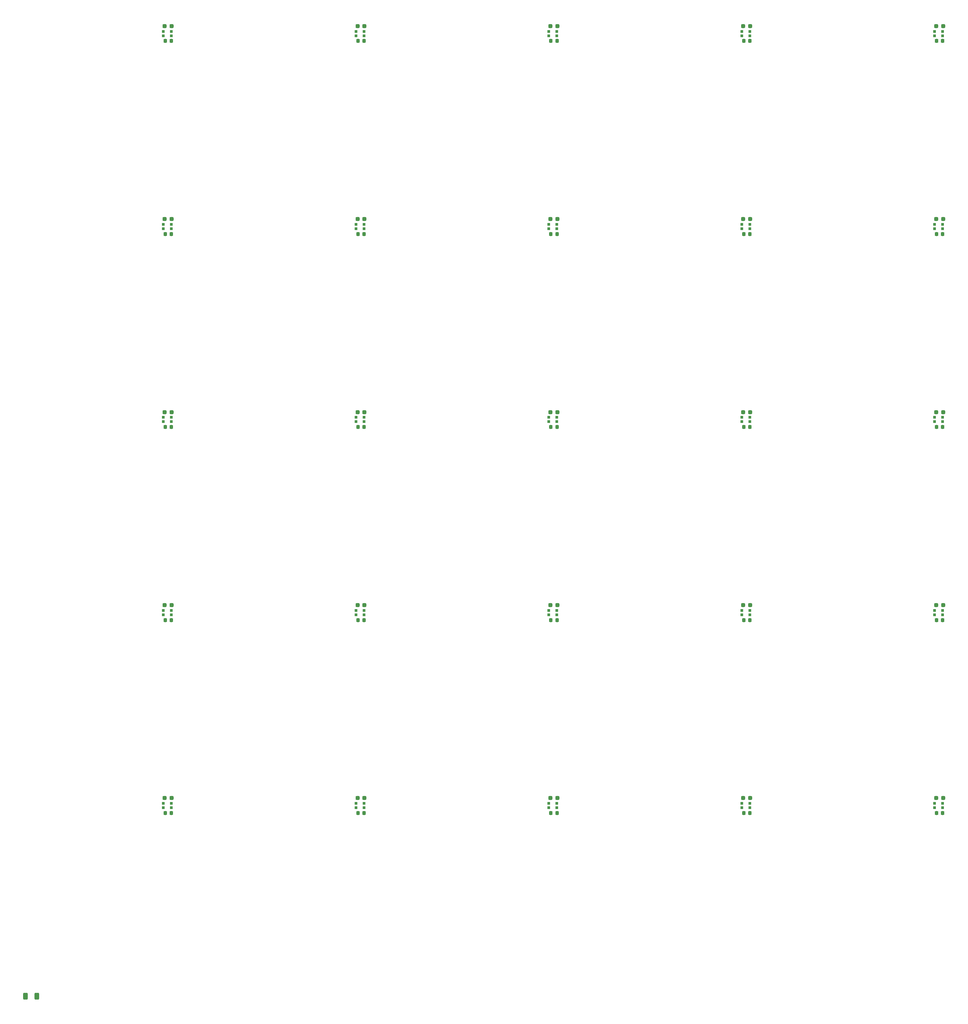
<source format=gbr>
%TF.GenerationSoftware,KiCad,Pcbnew,8.0.2-1*%
%TF.CreationDate,2024-10-14T18:52:49-04:00*%
%TF.ProjectId,OddLayers_1.3mm_SiPM,4f64644c-6179-4657-9273-5f312e336d6d,rev?*%
%TF.SameCoordinates,Original*%
%TF.FileFunction,Paste,Top*%
%TF.FilePolarity,Positive*%
%FSLAX46Y46*%
G04 Gerber Fmt 4.6, Leading zero omitted, Abs format (unit mm)*
G04 Created by KiCad (PCBNEW 8.0.2-1) date 2024-10-14 18:52:49*
%MOMM*%
%LPD*%
G01*
G04 APERTURE LIST*
G04 Aperture macros list*
%AMRoundRect*
0 Rectangle with rounded corners*
0 $1 Rounding radius*
0 $2 $3 $4 $5 $6 $7 $8 $9 X,Y pos of 4 corners*
0 Add a 4 corners polygon primitive as box body*
4,1,4,$2,$3,$4,$5,$6,$7,$8,$9,$2,$3,0*
0 Add four circle primitives for the rounded corners*
1,1,$1+$1,$2,$3*
1,1,$1+$1,$4,$5*
1,1,$1+$1,$6,$7*
1,1,$1+$1,$8,$9*
0 Add four rect primitives between the rounded corners*
20,1,$1+$1,$2,$3,$4,$5,0*
20,1,$1+$1,$4,$5,$6,$7,0*
20,1,$1+$1,$6,$7,$8,$9,0*
20,1,$1+$1,$8,$9,$2,$3,0*%
G04 Aperture macros list end*
%ADD10R,0.700000X0.700000*%
%ADD11RoundRect,0.237500X-0.287500X-0.237500X0.287500X-0.237500X0.287500X0.237500X-0.287500X0.237500X0*%
%ADD12RoundRect,0.225000X-0.225000X-0.250000X0.225000X-0.250000X0.225000X0.250000X-0.225000X0.250000X0*%
%ADD13RoundRect,0.250000X-0.312500X-0.625000X0.312500X-0.625000X0.312500X0.625000X-0.312500X0.625000X0*%
G04 APERTURE END LIST*
D10*
%TO.C,REF\u002A\u002A34*%
X301152500Y-167250000D03*
X301152500Y-168350000D03*
D11*
X299525000Y-165915000D03*
X301275000Y-165915000D03*
D10*
X299127500Y-167250000D03*
D12*
X301175000Y-169700000D03*
D10*
X299127500Y-168350000D03*
D12*
X299625000Y-169700000D03*
%TD*%
D10*
%TO.C,REF\u002A\u002A40*%
X105952500Y-264850000D03*
X105952500Y-265950000D03*
D11*
X104325000Y-263515000D03*
X106075000Y-263515000D03*
D10*
X103927500Y-264850000D03*
D12*
X105975000Y-267300000D03*
D10*
X103927500Y-265950000D03*
D12*
X104425000Y-267300000D03*
%TD*%
D10*
%TO.C,REF\u002A\u002A30*%
X105952500Y-167250000D03*
X105952500Y-168350000D03*
D11*
X104325000Y-165915000D03*
X106075000Y-165915000D03*
D10*
X103927500Y-167250000D03*
D12*
X105975000Y-169700000D03*
D10*
X103927500Y-168350000D03*
D12*
X104425000Y-169700000D03*
%TD*%
D10*
%TO.C,REF\u002A\u002A24*%
X301152500Y-69650000D03*
X301152500Y-70750000D03*
D11*
X299525000Y-68315000D03*
X301275000Y-68315000D03*
D10*
X299127500Y-69650000D03*
D12*
X301175000Y-72100000D03*
D10*
X299127500Y-70750000D03*
D12*
X299625000Y-72100000D03*
%TD*%
D10*
%TO.C,REF\u002A\u002A43*%
X252352500Y-264850000D03*
X252352500Y-265950000D03*
D11*
X250725000Y-263515000D03*
X252475000Y-263515000D03*
D10*
X250327500Y-264850000D03*
D12*
X252375000Y-267300000D03*
D10*
X250327500Y-265950000D03*
D12*
X250825000Y-267300000D03*
%TD*%
D10*
%TO.C,REF\u002A\u002A38*%
X252352500Y-216050000D03*
X252352500Y-217150000D03*
D11*
X250725000Y-214715000D03*
X252475000Y-214715000D03*
D10*
X250327500Y-216050000D03*
D12*
X252375000Y-218500000D03*
D10*
X250327500Y-217150000D03*
D12*
X250825000Y-218500000D03*
%TD*%
D10*
%TO.C,REF\u002A\u002A22*%
X203552500Y-69650000D03*
X203552500Y-70750000D03*
D11*
X201925000Y-68315000D03*
X203675000Y-68315000D03*
D10*
X201527500Y-69650000D03*
D12*
X203575000Y-72100000D03*
D10*
X201527500Y-70750000D03*
D12*
X202025000Y-72100000D03*
%TD*%
D10*
%TO.C,REF\u002A\u002A28*%
X252352500Y-118450000D03*
X252352500Y-119550000D03*
D11*
X250725000Y-117115000D03*
X252475000Y-117115000D03*
D10*
X250327500Y-118450000D03*
D12*
X252375000Y-120900000D03*
D10*
X250327500Y-119550000D03*
D12*
X250825000Y-120900000D03*
%TD*%
D10*
%TO.C,REF\u002A\u002A23*%
X252352500Y-69650000D03*
X252352500Y-70750000D03*
D11*
X250725000Y-68315000D03*
X252475000Y-68315000D03*
D10*
X250327500Y-69650000D03*
D12*
X252375000Y-72100000D03*
D10*
X250327500Y-70750000D03*
D12*
X250825000Y-72100000D03*
%TD*%
D10*
%TO.C,REF\u002A\u002A32*%
X203552500Y-167250000D03*
X203552500Y-168350000D03*
D11*
X201925000Y-165915000D03*
X203675000Y-165915000D03*
D10*
X201527500Y-167250000D03*
D12*
X203575000Y-169700000D03*
D10*
X201527500Y-168350000D03*
D12*
X202025000Y-169700000D03*
%TD*%
D10*
%TO.C,REF\u002A\u002A44*%
X301152500Y-264850000D03*
X301152500Y-265950000D03*
D11*
X299525000Y-263515000D03*
X301275000Y-263515000D03*
D10*
X299127500Y-264850000D03*
D12*
X301175000Y-267300000D03*
D10*
X299127500Y-265950000D03*
D12*
X299625000Y-267300000D03*
%TD*%
D10*
%TO.C,REF\u002A\u002A26*%
X154752500Y-118450000D03*
X154752500Y-119550000D03*
D11*
X153125000Y-117115000D03*
X154875000Y-117115000D03*
D10*
X152727500Y-118450000D03*
D12*
X154775000Y-120900000D03*
D10*
X152727500Y-119550000D03*
D12*
X153225000Y-120900000D03*
%TD*%
D10*
%TO.C,REF\u002A\u002A36*%
X154752500Y-216050000D03*
X154752500Y-217150000D03*
D11*
X153125000Y-214715000D03*
X154875000Y-214715000D03*
D10*
X152727500Y-216050000D03*
D12*
X154775000Y-218500000D03*
D10*
X152727500Y-217150000D03*
D12*
X153225000Y-218500000D03*
%TD*%
D10*
%TO.C,REF\u002A\u002A20*%
X105952500Y-69650000D03*
X105952500Y-70750000D03*
D11*
X104325000Y-68315000D03*
X106075000Y-68315000D03*
D10*
X103927500Y-69650000D03*
D12*
X105975000Y-72100000D03*
D10*
X103927500Y-70750000D03*
D12*
X104425000Y-72100000D03*
%TD*%
D10*
%TO.C,REF\u002A\u002A25*%
X105952500Y-118450000D03*
X105952500Y-119550000D03*
D11*
X104325000Y-117115000D03*
X106075000Y-117115000D03*
D10*
X103927500Y-118450000D03*
D12*
X105975000Y-120900000D03*
D10*
X103927500Y-119550000D03*
D12*
X104425000Y-120900000D03*
%TD*%
D10*
%TO.C,REF\u002A\u002A37*%
X203552500Y-216050000D03*
X203552500Y-217150000D03*
D11*
X201925000Y-214715000D03*
X203675000Y-214715000D03*
D10*
X201527500Y-216050000D03*
D12*
X203575000Y-218500000D03*
D10*
X201527500Y-217150000D03*
D12*
X202025000Y-218500000D03*
%TD*%
D10*
%TO.C,REF\u002A\u002A31*%
X154752500Y-167250000D03*
X154752500Y-168350000D03*
D11*
X153125000Y-165915000D03*
X154875000Y-165915000D03*
D10*
X152727500Y-167250000D03*
D12*
X154775000Y-169700000D03*
D10*
X152727500Y-168350000D03*
D12*
X153225000Y-169700000D03*
%TD*%
D10*
%TO.C,REF\u002A\u002A27*%
X203552500Y-118450000D03*
X203552500Y-119550000D03*
D11*
X201925000Y-117115000D03*
X203675000Y-117115000D03*
D10*
X201527500Y-118450000D03*
D12*
X203575000Y-120900000D03*
D10*
X201527500Y-119550000D03*
D12*
X202025000Y-120900000D03*
%TD*%
D10*
%TO.C,REF\u002A\u002A41*%
X154752500Y-264850000D03*
X154752500Y-265950000D03*
D11*
X153125000Y-263515000D03*
X154875000Y-263515000D03*
D10*
X152727500Y-264850000D03*
D12*
X154775000Y-267300000D03*
D10*
X152727500Y-265950000D03*
D12*
X153225000Y-267300000D03*
%TD*%
D10*
%TO.C,REF\u002A\u002A29*%
X301152500Y-118450000D03*
X301152500Y-119550000D03*
D11*
X299525000Y-117115000D03*
X301275000Y-117115000D03*
D10*
X299127500Y-118450000D03*
D12*
X301175000Y-120900000D03*
D10*
X299127500Y-119550000D03*
D12*
X299625000Y-120900000D03*
%TD*%
D13*
%TO.C,50 \u03A9*%
X69037500Y-313600000D03*
X71962500Y-313600000D03*
%TD*%
D10*
%TO.C,REF\u002A\u002A21*%
X154752500Y-69650000D03*
X154752500Y-70750000D03*
D11*
X153125000Y-68315000D03*
X154875000Y-68315000D03*
D10*
X152727500Y-69650000D03*
D12*
X154775000Y-72100000D03*
D10*
X152727500Y-70750000D03*
D12*
X153225000Y-72100000D03*
%TD*%
D10*
%TO.C,REF\u002A\u002A42*%
X203552500Y-264850000D03*
X203552500Y-265950000D03*
D11*
X201925000Y-263515000D03*
X203675000Y-263515000D03*
D10*
X201527500Y-264850000D03*
D12*
X203575000Y-267300000D03*
D10*
X201527500Y-265950000D03*
D12*
X202025000Y-267300000D03*
%TD*%
D10*
%TO.C,REF\u002A\u002A35*%
X105952500Y-216050000D03*
X105952500Y-217150000D03*
D11*
X104325000Y-214715000D03*
X106075000Y-214715000D03*
D10*
X103927500Y-216050000D03*
D12*
X105975000Y-218500000D03*
D10*
X103927500Y-217150000D03*
D12*
X104425000Y-218500000D03*
%TD*%
D10*
%TO.C,REF\u002A\u002A39*%
X301152500Y-216050000D03*
X301152500Y-217150000D03*
D11*
X299525000Y-214715000D03*
X301275000Y-214715000D03*
D10*
X299127500Y-216050000D03*
D12*
X301175000Y-218500000D03*
D10*
X299127500Y-217150000D03*
D12*
X299625000Y-218500000D03*
%TD*%
D10*
%TO.C,REF\u002A\u002A33*%
X252352500Y-167250000D03*
X252352500Y-168350000D03*
D11*
X250725000Y-165915000D03*
X252475000Y-165915000D03*
D10*
X250327500Y-167250000D03*
D12*
X252375000Y-169700000D03*
D10*
X250327500Y-168350000D03*
D12*
X250825000Y-169700000D03*
%TD*%
M02*

</source>
